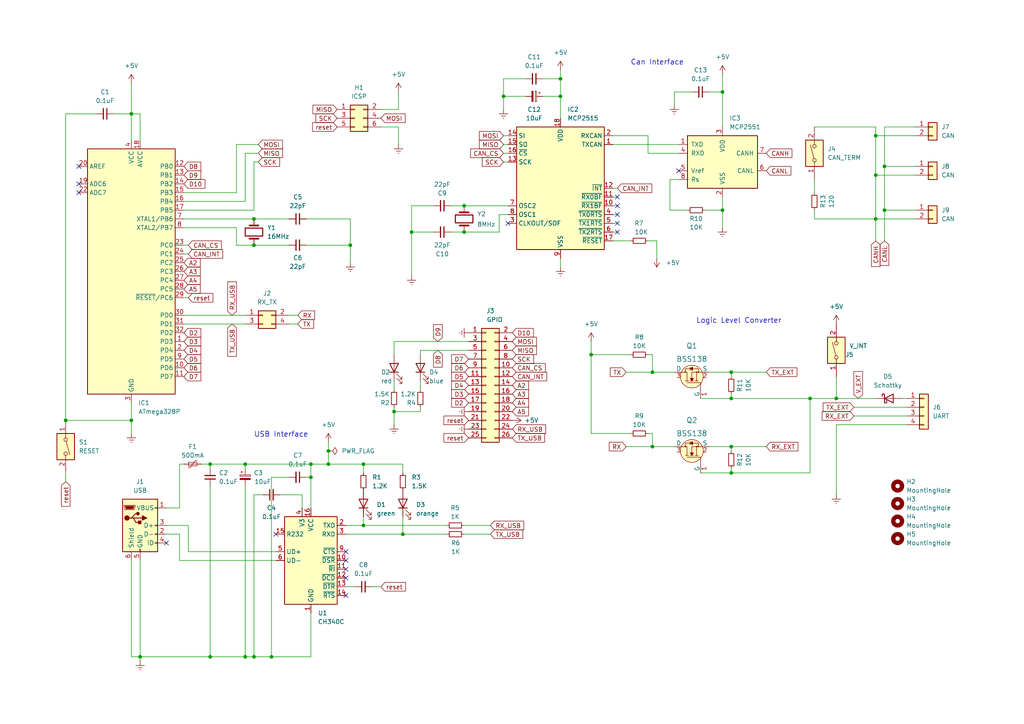
<source format=kicad_sch>
(kicad_sch (version 20211123) (generator eeschema)
  (paper "A4")
  (junction (at 101.6 71.12))
  (junction (at 171.45 102.87))
  (junction (at 189.23 129.54))
  (junction (at 73.66 190.5))
  (junction (at 95.25 134.62))
  (junction (at 60.96 134.62))
  (junction (at 60.96 190.5))
  (junction (at 119.38 67.31))
  (junction (at 134.62 67.31))
  (junction (at 256.54 60.96))
  (junction (at 114.3 119.38))
  (junction (at 189.23 107.95))
  (junction (at 254 63.5))
  (junction (at 146.05 27.94))
  (junction (at 212.09 115.57))
  (junction (at 209.55 26.67))
  (junction (at 95.25 130.81))
  (junction (at 105.41 152.4))
  (junction (at 209.55 60.96))
  (junction (at 212.09 137.16))
  (junction (at 73.66 63.5))
  (junction (at 90.17 134.62))
  (junction (at 78.74 190.5))
  (junction (at 256.54 48.26))
  (junction (at 38.1 33.02))
  (junction (at 73.66 71.12))
  (junction (at 242.57 115.57))
  (junction (at 40.64 190.5))
  (junction (at 162.56 27.94))
  (junction (at 254 50.8))
  (junction (at 90.17 138.43))
  (junction (at 254 39.37))
  (junction (at 212.09 129.54))
  (junction (at 105.41 134.62))
  (junction (at 162.56 22.86))
  (junction (at 19.05 121.92))
  (junction (at 38.1 121.92))
  (junction (at 234.95 115.57))
  (junction (at 71.12 190.5))
  (junction (at 71.12 134.62))
  (junction (at 212.09 107.95))
  (junction (at 134.62 59.69))
  (junction (at 116.84 154.94))
  (no_connect (at 22.86 55.88))
  (no_connect (at 22.86 48.26))
  (no_connect (at 22.86 53.34))
  (no_connect (at 179.07 62.23))
  (no_connect (at 179.07 64.77))
  (no_connect (at 179.07 57.15))
  (no_connect (at 179.07 59.69))
  (no_connect (at 179.07 67.31))
  (no_connect (at 196.85 49.53))
  (no_connect (at 100.33 165.1))
  (no_connect (at 147.32 64.77))
  (no_connect (at 80.01 154.94))
  (no_connect (at 100.33 162.56))
  (no_connect (at 100.33 167.64))
  (no_connect (at 48.26 157.48))
  (no_connect (at 100.33 160.02))
  (no_connect (at 100.33 172.72))
  (wire (pts (xy 87.63 143.51) (xy 87.63 147.32)))
  (wire (pts (xy 33.02 33.02) (xy 38.1 33.02)))
  (wire (pts (xy 54.61 71.12) (xy 53.34 71.12)))
  (wire (pts (xy 212.09 107.95) (xy 222.25 107.95)))
  (wire (pts (xy 119.38 67.31) (xy 119.38 80.01)))
  (wire (pts (xy 204.47 60.96) (xy 209.55 60.96)))
  (wire (pts (xy 146.05 46.99) (xy 147.32 46.99)))
  (wire (pts (xy 100.33 152.4) (xy 105.41 152.4)))
  (wire (pts (xy 177.8 67.31) (xy 179.07 67.31)))
  (wire (pts (xy 212.09 137.16) (xy 234.95 137.16)))
  (wire (pts (xy 71.12 140.97) (xy 71.12 190.5)))
  (wire (pts (xy 116.84 154.94) (xy 129.54 154.94)))
  (wire (pts (xy 38.1 116.84) (xy 38.1 121.92)))
  (wire (pts (xy 254 50.8) (xy 265.43 50.8)))
  (wire (pts (xy 135.89 101.6) (xy 121.92 101.6)))
  (wire (pts (xy 88.9 63.5) (xy 101.6 63.5)))
  (wire (pts (xy 254 39.37) (xy 265.43 39.37)))
  (wire (pts (xy 68.58 41.91) (xy 74.93 41.91)))
  (wire (pts (xy 205.74 129.54) (xy 212.09 129.54)))
  (wire (pts (xy 125.73 59.69) (xy 119.38 59.69)))
  (wire (pts (xy 212.09 115.57) (xy 234.95 115.57)))
  (wire (pts (xy 71.12 134.62) (xy 71.12 135.89)))
  (wire (pts (xy 78.74 138.43) (xy 78.74 190.5)))
  (wire (pts (xy 205.74 107.95) (xy 212.09 107.95)))
  (wire (pts (xy 90.17 134.62) (xy 90.17 138.43)))
  (wire (pts (xy 83.82 93.98) (xy 86.36 93.98)))
  (wire (pts (xy 256.54 36.83) (xy 265.43 36.83)))
  (wire (pts (xy 177.8 57.15) (xy 179.07 57.15)))
  (wire (pts (xy 53.34 55.88) (xy 68.58 55.88)))
  (wire (pts (xy 209.55 21.59) (xy 209.55 26.67)))
  (wire (pts (xy 146.05 41.91) (xy 147.32 41.91)))
  (wire (pts (xy 242.57 115.57) (xy 254 115.57)))
  (wire (pts (xy 157.48 27.94) (xy 162.56 27.94)))
  (wire (pts (xy 146.05 44.45) (xy 147.32 44.45)))
  (wire (pts (xy 95.25 128.27) (xy 95.25 130.81)))
  (wire (pts (xy 190.5 69.85) (xy 190.5 74.93)))
  (wire (pts (xy 194.31 60.96) (xy 199.39 60.96)))
  (wire (pts (xy 254 63.5) (xy 265.43 63.5)))
  (wire (pts (xy 27.94 33.02) (xy 19.05 33.02)))
  (wire (pts (xy 256.54 36.83) (xy 256.54 48.26)))
  (wire (pts (xy 162.56 27.94) (xy 162.56 34.29)))
  (wire (pts (xy 254 39.37) (xy 254 50.8)))
  (wire (pts (xy 105.41 134.62) (xy 105.41 137.16)))
  (wire (pts (xy 144.78 62.23) (xy 144.78 67.31)))
  (wire (pts (xy 181.61 107.95) (xy 189.23 107.95)))
  (wire (pts (xy 38.1 33.02) (xy 40.64 33.02)))
  (wire (pts (xy 19.05 139.7) (xy 19.05 137.16)))
  (wire (pts (xy 171.45 102.87) (xy 182.88 102.87)))
  (wire (pts (xy 115.57 36.83) (xy 115.57 41.91)))
  (wire (pts (xy 38.1 190.5) (xy 40.64 190.5)))
  (wire (pts (xy 71.12 44.45) (xy 74.93 44.45)))
  (wire (pts (xy 209.55 60.96) (xy 209.55 57.15)))
  (wire (pts (xy 60.96 140.97) (xy 60.96 190.5)))
  (wire (pts (xy 100.33 154.94) (xy 116.84 154.94)))
  (wire (pts (xy 101.6 71.12) (xy 101.6 76.2)))
  (wire (pts (xy 254 39.37) (xy 254 36.83)))
  (wire (pts (xy 179.07 54.61) (xy 177.8 54.61)))
  (wire (pts (xy 121.92 119.38) (xy 121.92 118.11)))
  (wire (pts (xy 53.34 91.44) (xy 71.12 91.44)))
  (wire (pts (xy 105.41 134.62) (xy 116.84 134.62)))
  (wire (pts (xy 53.34 60.96) (xy 73.66 60.96)))
  (wire (pts (xy 76.2 143.51) (xy 73.66 143.51)))
  (wire (pts (xy 247.65 120.65) (xy 262.89 120.65)))
  (wire (pts (xy 101.6 63.5) (xy 101.6 71.12)))
  (wire (pts (xy 177.8 59.69) (xy 179.07 59.69)))
  (wire (pts (xy 242.57 123.19) (xy 262.89 123.19)))
  (wire (pts (xy 203.2 115.57) (xy 212.09 115.57)))
  (wire (pts (xy 54.61 152.4) (xy 48.26 152.4)))
  (wire (pts (xy 177.8 69.85) (xy 182.88 69.85)))
  (wire (pts (xy 212.09 129.54) (xy 222.25 129.54)))
  (wire (pts (xy 135.89 99.06) (xy 114.3 99.06)))
  (wire (pts (xy 212.09 107.95) (xy 212.09 109.22)))
  (wire (pts (xy 196.85 52.07) (xy 194.31 52.07)))
  (wire (pts (xy 68.58 66.04) (xy 53.34 66.04)))
  (wire (pts (xy 88.9 138.43) (xy 90.17 138.43)))
  (wire (pts (xy 187.96 44.45) (xy 187.96 39.37)))
  (wire (pts (xy 83.82 138.43) (xy 78.74 138.43)))
  (wire (pts (xy 19.05 33.02) (xy 19.05 121.92)))
  (wire (pts (xy 73.66 71.12) (xy 68.58 71.12)))
  (wire (pts (xy 187.96 102.87) (xy 189.23 102.87)))
  (wire (pts (xy 162.56 20.32) (xy 162.56 22.86)))
  (wire (pts (xy 146.05 27.94) (xy 146.05 31.75)))
  (wire (pts (xy 52.07 134.62) (xy 53.34 134.62)))
  (wire (pts (xy 71.12 58.42) (xy 71.12 44.45)))
  (wire (pts (xy 162.56 22.86) (xy 162.56 27.94)))
  (wire (pts (xy 212.09 129.54) (xy 212.09 130.81)))
  (wire (pts (xy 48.26 147.32) (xy 52.07 147.32)))
  (wire (pts (xy 114.3 99.06) (xy 114.3 102.87)))
  (wire (pts (xy 80.01 162.56) (xy 52.07 162.56)))
  (wire (pts (xy 171.45 99.06) (xy 171.45 102.87)))
  (wire (pts (xy 60.96 134.62) (xy 60.96 135.89)))
  (wire (pts (xy 256.54 48.26) (xy 256.54 60.96)))
  (wire (pts (xy 236.22 52.07) (xy 236.22 55.88)))
  (wire (pts (xy 105.41 152.4) (xy 129.54 152.4)))
  (wire (pts (xy 53.34 58.42) (xy 71.12 58.42)))
  (wire (pts (xy 205.74 26.67) (xy 209.55 26.67)))
  (wire (pts (xy 95.25 134.62) (xy 105.41 134.62)))
  (wire (pts (xy 209.55 60.96) (xy 209.55 66.04)))
  (wire (pts (xy 121.92 110.49) (xy 121.92 113.03)))
  (wire (pts (xy 256.54 60.96) (xy 265.43 60.96)))
  (wire (pts (xy 73.66 60.96) (xy 73.66 46.99)))
  (wire (pts (xy 119.38 67.31) (xy 119.38 59.69)))
  (wire (pts (xy 200.66 26.67) (xy 195.58 26.67)))
  (wire (pts (xy 71.12 134.62) (xy 90.17 134.62)))
  (wire (pts (xy 116.84 149.86) (xy 116.84 154.94)))
  (wire (pts (xy 130.81 67.31) (xy 134.62 67.31)))
  (wire (pts (xy 38.1 162.56) (xy 38.1 190.5)))
  (wire (pts (xy 38.1 121.92) (xy 38.1 125.73)))
  (wire (pts (xy 203.2 137.16) (xy 212.09 137.16)))
  (wire (pts (xy 114.3 119.38) (xy 114.3 123.19)))
  (wire (pts (xy 242.57 109.22) (xy 242.57 115.57)))
  (wire (pts (xy 177.8 62.23) (xy 179.07 62.23)))
  (wire (pts (xy 83.82 91.44) (xy 86.36 91.44)))
  (wire (pts (xy 88.9 71.12) (xy 101.6 71.12)))
  (wire (pts (xy 234.95 115.57) (xy 234.95 137.16)))
  (wire (pts (xy 53.34 73.66) (xy 54.61 73.66)))
  (wire (pts (xy 256.54 60.96) (xy 256.54 69.85)))
  (wire (pts (xy 209.55 26.67) (xy 209.55 36.83)))
  (wire (pts (xy 189.23 125.73) (xy 189.23 129.54)))
  (wire (pts (xy 254 63.5) (xy 254 69.85)))
  (wire (pts (xy 107.95 170.18) (xy 110.49 170.18)))
  (wire (pts (xy 54.61 160.02) (xy 54.61 152.4)))
  (wire (pts (xy 40.64 33.02) (xy 40.64 40.64)))
  (wire (pts (xy 171.45 102.87) (xy 171.45 125.73)))
  (wire (pts (xy 68.58 55.88) (xy 68.58 41.91)))
  (wire (pts (xy 90.17 138.43) (xy 90.17 147.32)))
  (wire (pts (xy 134.62 59.69) (xy 147.32 59.69)))
  (wire (pts (xy 234.95 115.57) (xy 242.57 115.57)))
  (wire (pts (xy 110.49 31.75) (xy 115.57 31.75)))
  (wire (pts (xy 38.1 24.13) (xy 38.1 33.02)))
  (wire (pts (xy 236.22 60.96) (xy 236.22 63.5)))
  (wire (pts (xy 146.05 39.37) (xy 147.32 39.37)))
  (wire (pts (xy 189.23 102.87) (xy 189.23 107.95)))
  (wire (pts (xy 53.34 86.36) (xy 54.61 86.36)))
  (wire (pts (xy 121.92 101.6) (xy 121.92 102.87)))
  (wire (pts (xy 187.96 125.73) (xy 189.23 125.73)))
  (wire (pts (xy 254 50.8) (xy 254 63.5)))
  (wire (pts (xy 73.66 63.5) (xy 83.82 63.5)))
  (wire (pts (xy 162.56 74.93) (xy 162.56 77.47)))
  (wire (pts (xy 194.31 52.07) (xy 194.31 60.96)))
  (wire (pts (xy 114.3 119.38) (xy 114.3 118.11)))
  (wire (pts (xy 110.49 36.83) (xy 115.57 36.83)))
  (wire (pts (xy 236.22 63.5) (xy 254 63.5)))
  (wire (pts (xy 134.62 154.94) (xy 142.24 154.94)))
  (wire (pts (xy 40.64 162.56) (xy 40.64 190.5)))
  (wire (pts (xy 52.07 134.62) (xy 52.07 147.32)))
  (wire (pts (xy 40.64 190.5) (xy 60.96 190.5)))
  (wire (pts (xy 68.58 71.12) (xy 68.58 66.04)))
  (wire (pts (xy 52.07 162.56) (xy 52.07 154.94)))
  (wire (pts (xy 19.05 121.92) (xy 38.1 121.92)))
  (wire (pts (xy 212.09 135.89) (xy 212.09 137.16)))
  (wire (pts (xy 256.54 48.26) (xy 265.43 48.26)))
  (wire (pts (xy 144.78 62.23) (xy 147.32 62.23)))
  (wire (pts (xy 60.96 134.62) (xy 71.12 134.62)))
  (wire (pts (xy 73.66 71.12) (xy 83.82 71.12)))
  (wire (pts (xy 116.84 134.62) (xy 116.84 137.16)))
  (wire (pts (xy 60.96 190.5) (xy 71.12 190.5)))
  (wire (pts (xy 53.34 93.98) (xy 71.12 93.98)))
  (wire (pts (xy 73.66 46.99) (xy 74.93 46.99)))
  (wire (pts (xy 115.57 26.67) (xy 115.57 31.75)))
  (wire (pts (xy 53.34 63.5) (xy 73.66 63.5)))
  (wire (pts (xy 134.62 152.4) (xy 142.24 152.4)))
  (wire (pts (xy 181.61 129.54) (xy 189.23 129.54)))
  (wire (pts (xy 130.81 59.69) (xy 134.62 59.69)))
  (wire (pts (xy 254 36.83) (xy 236.22 36.83)))
  (wire (pts (xy 40.64 190.5) (xy 40.64 191.77)))
  (wire (pts (xy 58.42 134.62) (xy 60.96 134.62)))
  (wire (pts (xy 114.3 110.49) (xy 114.3 113.03)))
  (wire (pts (xy 52.07 154.94) (xy 48.26 154.94)))
  (wire (pts (xy 247.65 118.11) (xy 262.89 118.11)))
  (wire (pts (xy 177.8 41.91) (xy 196.85 41.91)))
  (wire (pts (xy 100.33 170.18) (xy 102.87 170.18)))
  (wire (pts (xy 73.66 143.51) (xy 73.66 190.5)))
  (wire (pts (xy 134.62 67.31) (xy 144.78 67.31)))
  (wire (pts (xy 190.5 69.85) (xy 187.96 69.85)))
  (wire (pts (xy 121.92 119.38) (xy 114.3 119.38)))
  (wire (pts (xy 90.17 177.8) (xy 90.17 190.5)))
  (wire (pts (xy 195.58 26.67) (xy 195.58 30.48)))
  (wire (pts (xy 189.23 129.54) (xy 195.58 129.54)))
  (wire (pts (xy 71.12 190.5) (xy 73.66 190.5)))
  (wire (pts (xy 242.57 123.19) (xy 242.57 143.51)))
  (wire (pts (xy 125.73 67.31) (xy 119.38 67.31)))
  (wire (pts (xy 81.28 143.51) (xy 87.63 143.51)))
  (wire (pts (xy 261.62 115.57) (xy 262.89 115.57)))
  (wire (pts (xy 212.09 114.3) (xy 212.09 115.57)))
  (wire (pts (xy 177.8 64.77) (xy 179.07 64.77)))
  (wire (pts (xy 80.01 160.02) (xy 54.61 160.02)))
  (wire (pts (xy 196.85 44.45) (xy 187.96 44.45)))
  (wire (pts (xy 187.96 39.37) (xy 177.8 39.37)))
  (wire (pts (xy 146.05 27.94) (xy 152.4 27.94)))
  (wire (pts (xy 105.41 149.86) (xy 105.41 152.4)))
  (wire (pts (xy 171.45 125.73) (xy 182.88 125.73)))
  (wire (pts (xy 189.23 107.95) (xy 195.58 107.95)))
  (wire (pts (xy 78.74 190.5) (xy 90.17 190.5)))
  (wire (pts (xy 157.48 22.86) (xy 162.56 22.86)))
  (wire (pts (xy 38.1 33.02) (xy 38.1 40.64)))
  (wire (pts (xy 90.17 134.62) (xy 95.25 134.62)))
  (wire (pts (xy 73.66 190.5) (xy 78.74 190.5)))
  (wire (pts (xy 146.05 22.86) (xy 146.05 27.94)))
  (wire (pts (xy 95.25 130.81) (xy 95.25 134.62)))
  (wire (pts (xy 152.4 22.86) (xy 146.05 22.86)))
  (text "Can Interface\n" (at 182.88 19.05 0) (effects (font (size 1.5 1.5)) (justify left bottom)))
  (text "USB Interface\n" (at 73.66 127 0) (effects (font (size 1.5 1.5)) (justify left bottom)))
  (text "Logic Level Converter" (at 201.93 93.98 0) (effects (font (size 1.5 1.5)) (justify left bottom)))
  (global_label "reset" (shape input) (at 54.61 86.36 0) (property "Intersheet References" "${INTERSHEET_REFS}" (effects hide)))
  (global_label "CAN_INT" (shape input) (at 179.07 54.61 0) (property "Intersheet References" "${INTERSHEET_REFS}" (effects hide)))
  (global_label "CAN_CS" (shape input) (at 54.61 71.12 0) (property "Intersheet References" "${INTERSHEET_REFS}" (effects hide)))
  (global_label "D8" (shape input) (at 53.34 48.26 0) (property "Intersheet References" "${INTERSHEET_REFS}" (effects hide)))
  (global_label "A4" (shape input) (at 148.59 116.84 0) (property "Intersheet References" "${INTERSHEET_REFS}" (effects hide)))
  (global_label "TX_USB" (shape input) (at 148.59 127 0) (property "Intersheet References" "${INTERSHEET_REFS}" (effects hide)))
  (global_label "TX_EXT" (shape input) (at 222.25 107.95 0) (property "Intersheet References" "${INTERSHEET_REFS}" (effects hide)))
  (global_label "CANH" (shape input) (at 254 69.85 270) (property "Intersheet References" "${INTERSHEET_REFS}" (effects hide)))
  (global_label "D7" (shape input) (at 53.34 109.22 0) (property "Intersheet References" "${INTERSHEET_REFS}" (effects hide)))
  (global_label "CAN_CS" (shape input) (at 146.05 44.45 180) (property "Intersheet References" "${INTERSHEET_REFS}" (effects hide)))
  (global_label "A3" (shape input) (at 53.34 78.74 0) (property "Intersheet References" "${INTERSHEET_REFS}" (effects hide)))
  (global_label "MISO" (shape input) (at 146.05 41.91 180) (property "Intersheet References" "${INTERSHEET_REFS}" (effects hide)))
  (global_label "D4" (shape input) (at 135.89 111.76 180) (property "Intersheet References" "${INTERSHEET_REFS}" (effects hide)))
  (global_label "reset" (shape input) (at 135.89 127 180) (property "Intersheet References" "${INTERSHEET_REFS}" (effects hide)))
  (global_label "MISO" (shape input) (at 97.79 31.75 180) (property "Intersheet References" "${INTERSHEET_REFS}" (effects hide)))
  (global_label "MOSI" (shape input) (at 146.05 39.37 180) (property "Intersheet References" "${INTERSHEET_REFS}" (effects hide)))
  (global_label "SCK" (shape input) (at 148.59 104.14 0) (property "Intersheet References" "${INTERSHEET_REFS}" (effects hide)))
  (global_label "D9" (shape input) (at 53.34 50.8 0) (property "Intersheet References" "${INTERSHEET_REFS}" (effects hide)))
  (global_label "A2" (shape input) (at 148.59 111.76 0) (property "Intersheet References" "${INTERSHEET_REFS}" (effects hide)))
  (global_label "TX_USB" (shape input) (at 142.24 154.94 0) (property "Intersheet References" "${INTERSHEET_REFS}" (effects hide)))
  (global_label "D6" (shape input) (at 53.34 106.68 0) (property "Intersheet References" "${INTERSHEET_REFS}" (effects hide)))
  (global_label "reset" (shape input) (at 97.79 36.83 180) (property "Intersheet References" "${INTERSHEET_REFS}" (effects hide)))
  (global_label "RX_EXT" (shape input) (at 222.25 129.54 0) (property "Intersheet References" "${INTERSHEET_REFS}" (effects hide)))
  (global_label "MOSI" (shape input) (at 148.59 99.06 0) (property "Intersheet References" "${INTERSHEET_REFS}" (effects hide)))
  (global_label "TX_EXT" (shape input) (at 247.65 118.11 180) (property "Intersheet References" "${INTERSHEET_REFS}" (effects hide)))
  (global_label "MISO" (shape input) (at 148.59 101.6 0) (property "Intersheet References" "${INTERSHEET_REFS}" (effects hide)))
  (global_label "A2" (shape input) (at 53.34 76.2 0) (property "Intersheet References" "${INTERSHEET_REFS}" (effects hide)))
  (global_label "D5" (shape input) (at 135.89 109.22 180) (property "Intersheet References" "${INTERSHEET_REFS}" (effects hide)))
  (global_label "D3" (shape input) (at 135.89 114.3 180) (property "Intersheet References" "${INTERSHEET_REFS}" (effects hide)))
  (global_label "SCK" (shape input) (at 74.93 46.99 0) (property "Intersheet References" "${INTERSHEET_REFS}" (effects hide)))
  (global_label "RX_EXT" (shape input) (at 247.65 120.65 180) (property "Intersheet References" "${INTERSHEET_REFS}" (effects hide)))
  (global_label "CAN_CS" (shape input) (at 148.59 106.68 0) (property "Intersheet References" "${INTERSHEET_REFS}" (effects hide)))
  (global_label "reset" (shape input) (at 110.49 170.18 0) (property "Intersheet References" "${INTERSHEET_REFS}" (effects hide)))
  (global_label "A3" (shape input) (at 148.59 114.3 0) (property "Intersheet References" "${INTERSHEET_REFS}" (effects hide)))
  (global_label "D2" (shape input) (at 135.89 116.84 180) (property "Intersheet References" "${INTERSHEET_REFS}" (effects hide)))
  (global_label "CANL" (shape input) (at 256.54 69.85 270) (property "Intersheet References" "${INTERSHEET_REFS}" (effects hide)))
  (global_label "CANH" (shape input) (at 222.25 44.45 0) (property "Intersheet References" "${INTERSHEET_REFS}" (effects hide)))
  (global_label "RX_USB" (shape input) (at 67.31 91.44 90) (property "Intersheet References" "${INTERSHEET_REFS}" (effects hide)))
  (global_label "MOSI" (shape input) (at 110.49 34.29 0) (property "Intersheet References" "${INTERSHEET_REFS}" (effects hide)))
  (global_label "RX" (shape input) (at 86.36 91.44 0) (property "Intersheet References" "${INTERSHEET_REFS}" (effects hide)))
  (global_label "D10" (shape input) (at 53.34 53.34 0) (property "Intersheet References" "${INTERSHEET_REFS}" (effects hide)))
  (global_label "SCK" (shape input) (at 97.79 34.29 180) (property "Intersheet References" "${INTERSHEET_REFS}" (effects hide)))
  (global_label "D6" (shape input) (at 135.89 106.68 180) (property "Intersheet References" "${INTERSHEET_REFS}" (effects hide)))
  (global_label "CAN_INT" (shape input) (at 54.61 73.66 0) (property "Intersheet References" "${INTERSHEET_REFS}" (effects hide)))
  (global_label "RX" (shape input) (at 181.61 129.54 180) (property "Intersheet References" "${INTERSHEET_REFS}" (effects hide)))
  (global_label "A5" (shape input) (at 148.59 119.38 0) (property "Intersheet References" "${INTERSHEET_REFS}" (effects hide)))
  (global_label "V_EXT" (shape input) (at 248.92 115.57 90) (property "Intersheet References" "${INTERSHEET_REFS}" (effects hide)))
  (global_label "CANL" (shape input) (at 222.25 49.53 0) (property "Intersheet References" "${INTERSHEET_REFS}" (effects hide)))
  (global_label "D5" (shape input) (at 53.34 104.14 0) (property "Intersheet References" "${INTERSHEET_REFS}" (effects hide)))
  (global_label "reset" (shape input) (at 19.05 139.7 270) (property "Intersheet References" "${INTERSHEET_REFS}" (effects hide)))
  (global_label "RX_USB" (shape input) (at 148.59 124.46 0) (property "Intersheet References" "${INTERSHEET_REFS}" (effects hide)))
  (global_label "A5" (shape input) (at 53.34 83.82 0) (property "Intersheet References" "${INTERSHEET_REFS}" (effects hide)))
  (global_label "D9" (shape input) (at 127 99.06 90) (property "Intersheet References" "${INTERSHEET_REFS}" (effects hide)))
  (global_label "TX_USB" (shape input) (at 67.31 93.98 270) (property "Intersheet References" "${INTERSHEET_REFS}" (effects hide)))
  (global_label "reset" (shape input) (at 135.89 121.92 180) (property "Intersheet References" "${INTERSHEET_REFS}" (effects hide)))
  (global_label "D8" (shape input) (at 127 101.6 270) (property "Intersheet References" "${INTERSHEET_REFS}" (effects hide)))
  (global_label "TX" (shape input) (at 181.61 107.95 180) (property "Intersheet References" "${INTERSHEET_REFS}" (effects hide)))
  (global_label "A4" (shape input) (at 53.34 81.28 0) (property "Intersheet References" "${INTERSHEET_REFS}" (effects hide)))
  (global_label "D10" (shape input) (at 148.59 96.52 0) (property "Intersheet References" "${INTERSHEET_REFS}" (effects hide)))
  (global_label "RX_USB" (shape input) (at 142.24 152.4 0) (property "Intersheet References" "${INTERSHEET_REFS}" (effects hide)))
  (global_label "CAN_INT" (shape input) (at 148.59 109.22 0) (property "Intersheet References" "${INTERSHEET_REFS}" (effects hide)))
  (global_label "D2" (shape input) (at 53.34 96.52 0) (property "Intersheet References" "${INTERSHEET_REFS}" (effects hide)))
  (global_label "TX" (shape input) (at 86.36 93.98 0) (property "Intersheet References" "${INTERSHEET_REFS}" (effects hide)))
  (global_label "D4" (shape input) (at 53.34 101.6 0) (property "Intersheet References" "${INTERSHEET_REFS}" (effects hide)))
  (global_label "D3" (shape input) (at 53.34 99.06 0) (property "Intersheet References" "${INTERSHEET_REFS}" (effects hide)))
  (global_label "MOSI" (shape input) (at 74.93 41.91 0) (property "Intersheet References" "${INTERSHEET_REFS}" (effects hide)))
  (global_label "SCK" (shape input) (at 146.05 46.99 180) (property "Intersheet References" "${INTERSHEET_REFS}" (effects hide)))
  (global_label "MISO" (shape input) (at 74.93 44.45 0) (property "Intersheet References" "${INTERSHEET_REFS}" (effects hide)))
  (global_label "D7" (shape input) (at 135.89 104.14 180) (property "Intersheet References" "${INTERSHEET_REFS}" (effects hide)))
  (symbol (lib_id "Device:C_Small") (at 86.36 138.43 270) (unit 1)
    (property "Reference" "C7" (at 86.3536 132.08 90))
    (property "Value" "0.1uF" (at 86.3536 134.62 90))
    (property "Footprint" "Capacitor_SMD:C_0805_2012Metric" (effects hide))
  )
  (symbol (lib_id "Mechanical:MountingHole") (at 260.35 156.21 0) (unit 1)
    (property "Reference" "H5" (at 262.89 154.9399 0) (effects (justify left)))
    (property "Value" "MountingHole" (at 262.89 157.4799 0) (effects (justify left)))
    (property "Footprint" "MountingHole:MountingHole_3.2mm_M3" (effects hide))
  )
  (symbol (lib_id "Connector_Generic:Conn_01x04") (at 267.97 118.11 0) (unit 1)
    (property "Reference" "J6" (at 270.51 118.1099 0) (effects (justify left)))
    (property "Value" "UART" (at 270.51 120.6499 0) (effects (justify left)))
    (property "Footprint" "Molex_SL:molex_sl_1x04_horizontal" (effects hide))
  )
  (symbol (lib_id "Mechanical:MountingHole") (at 260.35 151.13 0) (unit 1)
    (property "Reference" "H4" (at 262.89 149.8599 0) (effects (justify left)))
    (property "Value" "MountingHole" (at 262.89 152.3999 0) (effects (justify left)))
    (property "Footprint" "MountingHole:MountingHole_3.2mm_M3" (effects hide))
  )
  (symbol (lib_id "Device:LED") (at 121.92 106.68 90) (unit 1)
    (property "Reference" "D4" (at 124.46 107.95 90) (effects (justify right)))
    (property "Value" "blue" (at 124.46 110.49 90) (effects (justify right)))
    (property "Footprint" "LED_SMD:LED_0805_2012Metric" (effects hide))
  )
  (symbol (lib_id "Device:C_Small") (at 78.74 143.51 90) (unit 1)
    (property "Reference" "C4" (at 78.74 147.32 90))
    (property "Value" "0.1uF" (at 78.74 149.86 90))
    (property "Footprint" "Capacitor_SMD:C_0805_2012Metric" (effects hide))
  )
  (symbol (lib_id "Switch:SW_DIP_x01") (at 242.57 101.6 90) (unit 1)
    (property "Reference" "J5" (at 246.38 102.87 90))
    (property "Value" "V_INT" (at 248.92 100.33 90))
    (property "Footprint" "Connector_PinHeader_2.54mm:PinHeader_1x02_P2.54mm_Vertical" (effects hide))
  )
  (symbol (lib_id "Device:R_Small") (at 116.84 139.7 0) (unit 1)
    (property "Reference" "R3" (at 119.38 138.4299 0) (effects (justify left)))
    (property "Value" "1.5K" (at 119.38 140.9699 0) (effects (justify left)))
    (property "Footprint" "Resistor_SMD:R_0805_2012Metric" (effects hide))
  )
  (symbol (lib_id "Mechanical:MountingHole") (at 260.35 140.97 0) (unit 1)
    (property "Reference" "H2" (at 262.89 139.6999 0) (effects (justify left)))
    (property "Value" "MountingHole" (at 262.89 142.2399 0) (effects (justify left)))
    (property "Footprint" "MountingHole:MountingHole_3.2mm_M3" (effects hide))
  )
  (symbol (lib_id "power:Earth") (at 135.89 96.52 270) (unit 1)
    (property "Reference" "#PWR010" (effects hide))
    (property "Value" "Earth" (effects hide))
  )
  (symbol (lib_id "Device:C_Small") (at 128.27 67.31 270) (unit 1)
    (property "Reference" "C10" (at 128.2636 73.68 90))
    (property "Value" "22pF" (at 128.2636 71.08 90))
    (property "Footprint" "Capacitor_SMD:C_0805_2012Metric" (effects hide))
  )
  (symbol (lib_id "Device:R_Small") (at 236.22 58.42 0) (unit 1)
    (property "Reference" "R13" (at 238.69 58.42 90))
    (property "Value" "120" (at 241.19 58.42 90))
    (property "Footprint" "Resistor_SMD:R_0805_2012Metric" (effects hide))
  )
  (symbol (lib_id "Device:Crystal") (at 134.62 63.5 90) (unit 1)
    (property "Reference" "Y2" (at 138.43 62.08 90) (effects (justify right)))
    (property "Value" "8MHz" (at 138.43 65.08 90) (effects (justify right)))
    (property "Footprint" "Crystal:Crystal_SMD_HC49-SD" (effects hide))
  )
  (symbol (lib_id "power:+5V") (at 115.57 26.67 0) (unit 1)
    (property "Reference" "#PWR07" (effects hide))
    (property "Value" "+5V" (at 115.57 21.59 0))
  )
  (symbol (lib_id "Device:R_Small") (at 132.08 152.4 90) (unit 1)
    (property "Reference" "R5" (at 133.35 147.32 90) (effects (justify left)))
    (property "Value" "1K" (at 133.3499 149.86 90) (effects (justify left)))
    (property "Footprint" "Resistor_SMD:R_0805_2012Metric" (effects hide))
  )
  (symbol (lib_id "Device:R_Small") (at 185.42 102.87 90) (unit 1)
    (property "Reference" "R8" (at 185.42 97.79 90))
    (property "Value" "10K" (at 185.42 100.33 90))
    (property "Footprint" "Resistor_SMD:R_0805_2012Metric" (effects hide))
  )
  (symbol (lib_id "power:Earth") (at 135.89 119.38 270) (unit 1)
    (property "Reference" "#PWR011" (effects hide))
    (property "Value" "Earth" (effects hide))
  )
  (symbol (lib_id "power:PWR_FLAG") (at 95.25 130.81 270) (unit 1)
    (property "Reference" "#FLG01" (effects hide))
    (property "Value" "PWR_FLAG" (at 99.06 130.8099 90) (effects (justify left)))
  )
  (symbol (lib_id "Mechanical:MountingHole") (at 260.35 146.05 0) (unit 1)
    (property "Reference" "H3" (at 262.89 144.7799 0) (effects (justify left)))
    (property "Value" "MountingHole" (at 262.89 147.3199 0) (effects (justify left)))
    (property "Footprint" "MountingHole:MountingHole_3.2mm_M3" (effects hide))
  )
  (symbol (lib_id "Device:R_Small") (at 185.42 125.73 90) (unit 1)
    (property "Reference" "R9" (at 185.42 120.65 90))
    (property "Value" "10K" (at 185.42 123.19 90))
    (property "Footprint" "Resistor_SMD:R_0805_2012Metric" (effects hide))
  )
  (symbol (lib_id "Switch:SW_DIP_x01") (at 236.22 44.45 90) (unit 1)
    (property "Reference" "J4" (at 240.03 43.1799 90) (effects (justify right)))
    (property "Value" "CAN_TERM" (at 240.03 45.7199 90) (effects (justify right)))
    (property "Footprint" "Connector_PinHeader_2.54mm:PinHeader_1x02_P2.54mm_Vertical" (effects hide))
  )
  (symbol (lib_id "Device:C_Small") (at 128.27 59.69 270) (unit 1)
    (property "Reference" "C9" (at 128.2637 56.04 90))
    (property "Value" "22pF" (at 128.2637 53.5 90))
    (property "Footprint" "Capacitor_SMD:C_0805_2012Metric" (effects hide))
  )
  (symbol (lib_id "Interface_CAN_LIN:MCP2515-xSO") (at 162.56 54.61 0) (unit 1)
    (property "Reference" "IC2" (at 164.5794 31.75 0) (effects (justify left)))
    (property "Value" "MCP2515" (at 164.5794 34.29 0) (effects (justify left)))
    (property "Footprint" "Package_SO:SOIC-18W_7.5x11.6mm_P1.27mm" (effects hide))
    (property "Datasheet" "http://ww1.microchip.com/downloads/en/DeviceDoc/21801e.pdf" (effects hide))
  )
  (symbol (lib_id "power:Earth") (at 195.58 30.48 0) (unit 1)
    (property "Reference" "#PWR019" (effects hide))
    (property "Value" "Earth" (effects hide))
  )
  (symbol (lib_id "Device:Polyfuse_Small") (at 55.88 134.62 90) (unit 1)
    (property "Reference" "F1" (at 55.88 129.54 90))
    (property "Value" "500mA" (at 55.88 132.08 90))
    (property "Footprint" "Fuse:Fuse_1206_3216Metric" (effects hide))
  )
  (symbol (lib_id "power:+5V") (at 148.59 121.92 270) (unit 1)
    (property "Reference" "#PWR014" (effects hide))
    (property "Value" "+5V" (at 156.21 121.92 90) (effects (justify right)))
  )
  (symbol (lib_id "power:+5V") (at 162.56 20.32 0) (unit 1)
    (property "Reference" "#PWR015" (effects hide))
    (property "Value" "+5V" (at 162.56 15.24 0))
  )
  (symbol (lib_id "power:Earth") (at 115.57 41.91 0) (unit 1)
    (property "Reference" "#PWR08" (effects hide))
    (property "Value" "Earth" (effects hide))
  )
  (symbol (lib_id "Device:C_Small") (at 86.36 63.5 90) (unit 1)
    (property "Reference" "C5" (at 86.3663 57.15 90))
    (property "Value" "22pF" (at 86.3663 59.69 90))
    (property "Footprint" "Capacitor_SMD:C_0805_2012Metric" (effects hide))
  )
  (symbol (lib_id "Connector_Generic:Conn_01x02") (at 270.51 60.96 0) (unit 1)
    (property "Reference" "J9" (at 273.05 60.9599 0) (effects (justify left)))
    (property "Value" "CAN" (at 273.05 63.4999 0) (effects (justify left)))
    (property "Footprint" "Molex_SL:molex_sl_1x02_horizontal" (effects hide))
  )
  (symbol (lib_id "Interface_CAN_LIN:MCP2551-I-SN") (at 209.55 46.99 0) (unit 1)
    (property "Reference" "IC3" (at 211.5694 34.29 0) (effects (justify left)))
    (property "Value" "MCP2551" (at 211.5694 36.83 0) (effects (justify left)))
    (property "Footprint" "Package_SO:SOIC-8_3.9x4.9mm_P1.27mm" (effects hide))
    (property "Datasheet" "http://ww1.microchip.com/downloads/en/devicedoc/21667d.pdf" (effects hide))
  )
  (symbol (lib_id "Device:R_Small") (at 132.08 154.94 270) (unit 1)
    (property "Reference" "R6" (at 130.81 157.48 90) (effects (justify left)))
    (property "Value" "1K" (at 130.81 160.02 90) (effects (justify left)))
    (property "Footprint" "Resistor_SMD:R_0805_2012Metric" (effects hide))
  )
  (symbol (lib_id "dk_Transistors-FETs-MOSFETs-Single:BSS138") (at 200.66 129.54 90) (unit 1)
    (property "Reference" "Q2" (at 200.66 121.92 90) (effects (font (size 1.524 1.524))))
    (property "Value" "BSS138" (at 200.66 125.73 90) (effects (font (size 1.524 1.524))))
    (property "Footprint" "digikey-footprints:SOT-23-3" (effects hide))
    (property "Datasheet" "https://www.onsemi.com/pub/Collateral/BSS138-D.PDF" (effects hide))
    (property "Digi-Key_PN" "BSS138CT-ND" (effects hide))
    (property "MPN" "BSS138" (effects hide))
    (property "Category" "Discrete Semiconductor Products" (effects hide))
    (property "Family" "Transistors - FETs, MOSFETs - Single" (effects hide))
    (property "DK_Datasheet_Link" "https://www.onsemi.com/pub/Collateral/BSS138-D.PDF" (effects hide))
    (property "DK_Detail_Page" "/product-detail/en/on-semiconductor/BSS138/BSS138CT-ND/244294" (effects hide))
    (property "Description" "MOSFET N-CH 50V 220MA SOT-23" (effects hide))
    (property "Manufacturer" "ON Semiconductor" (effects hide))
    (property "Status" "Active" (effects hide))
  )
  (symbol (lib_id "Connector:USB_B_Micro") (at 40.64 152.4 0) (unit 1)
    (property "Reference" "J1" (at 40.64 139.7 0))
    (property "Value" "USB" (at 40.64 142.24 0))
    (property "Footprint" "Connector_USB:USB_Micro-B_Molex_47346-0001" (effects hide))
  )
  (symbol (lib_id "MCU_Microchip_ATmega:ATmega328P-A") (at 38.1 78.74 0) (unit 1)
    (property "Reference" "IC1" (at 40.1194 116.84 0) (effects (justify left)))
    (property "Value" "ATmega328P" (at 40.1194 119.38 0) (effects (justify left)))
    (property "Footprint" "Package_QFP:TQFP-32_7x7mm_P0.8mm" (effects hide))
    (property "Datasheet" "http://ww1.microchip.com/downloads/en/DeviceDoc/ATmega328_P%20AVR%20MCU%20with%20picoPower%20Technology%20Data%20Sheet%2040001984A.pdf" (effects hide))
  )
  (symbol (lib_id "Device:C_Polarized_Small") (at 154.94 27.94 270) (unit 1)
    (property "Reference" "C12" (at 154.94 31.75 90))
    (property "Value" "10uF" (at 154.94 34.29 90))
    (property "Footprint" "Capacitor_SMD:C_1206_3216Metric" (effects hide))
  )
  (symbol (lib_id "Device:R_Small") (at 121.92 115.57 180) (unit 1)
    (property "Reference" "R4" (at 120.65 116.84 0) (effects (justify left)))
    (property "Value" "1.2K" (at 120.65 114.3 0) (effects (justify left)))
    (property "Footprint" "Resistor_SMD:R_0805_2012Metric" (effects hide))
  )
  (symbol (lib_id "Device:R_Small") (at 201.93 60.96 270) (unit 1)
    (property "Reference" "R10" (at 201.93 63.43 90))
    (property "Value" "10K" (at 201.93 65.93 90))
    (property "Footprint" "Resistor_SMD:R_0805_2012Metric" (effects hide))
  )
  (symbol (lib_id "power:+5V") (at 38.1 24.13 0) (unit 1)
    (property "Reference" "#PWR01" (effects hide))
    (property "Value" "+5V" (at 38.1 19.05 0))
  )
  (symbol (lib_id "Device:R_Small") (at 185.42 69.85 90) (unit 1)
    (property "Reference" "R7" (at 186.69 64.77 90) (effects (justify left)))
    (property "Value" "10K" (at 187.96 67.31 90) (effects (justify left)))
    (property "Footprint" "Resistor_SMD:R_0805_2012Metric" (effects hide))
  )
  (symbol (lib_id "Device:C_Small") (at 203.2 26.67 270) (unit 1)
    (property "Reference" "C13" (at 203.1936 20.32 90))
    (property "Value" "0.1uF" (at 203.1936 22.86 90))
    (property "Footprint" "Capacitor_SMD:C_0805_2012Metric" (effects hide))
  )
  (symbol (lib_id "power:+5V") (at 242.57 93.98 0) (unit 1)
    (property "Reference" "#PWR022" (effects hide))
    (property "Value" "+5V" (at 242.57 88.9 0))
  )
  (symbol (lib_id "Connector_Generic:Conn_01x02") (at 270.51 48.26 0) (unit 1)
    (property "Reference" "J8" (at 273.05 48.2599 0) (effects (justify left)))
    (property "Value" "CAN" (at 273.05 50.7999 0) (effects (justify left)))
    (property "Footprint" "Molex_SL:molex_sl_1x02_horizontal" (effects hide))
  )
  (symbol (lib_id "power:Earth") (at 242.57 143.51 0) (unit 1)
    (property "Reference" "#PWR023" (effects hide))
    (property "Value" "Earth" (effects hide))
  )
  (symbol (lib_id "power:Earth") (at 101.6 76.2 0) (unit 1)
    (property "Reference" "#PWR05" (effects hide))
    (property "Value" "Earth" (effects hide))
  )
  (symbol (lib_id "power:+5V") (at 95.25 128.27 0) (unit 1)
    (property "Reference" "#PWR04" (effects hide))
    (property "Value" "+5V" (at 95.25 123.19 0))
  )
  (symbol (lib_id "Connector_Generic:Conn_02x02_Odd_Even") (at 76.2 91.44 0) (unit 1)
    (property "Reference" "J2" (at 77.47 85.09 0))
    (property "Value" "RX_TX" (at 77.47 87.63 0))
    (property "Footprint" "Connector_PinHeader_2.54mm:PinHeader_2x02_P2.54mm_Vertical" (effects hide))
  )
  (symbol (lib_id "Device:C_Small") (at 105.41 170.18 90) (unit 1)
    (property "Reference" "C8" (at 105.4163 163.83 90))
    (property "Value" "0.1uF" (at 105.4163 166.37 90))
    (property "Footprint" "Capacitor_SMD:C_0805_2012Metric" (effects hide))
  )
  (symbol (lib_id "power:+5V") (at 190.5 74.93 180) (unit 1)
    (property "Reference" "#PWR018" (effects hide))
    (property "Value" "+5V" (at 193.04 76.1999 0) (effects (justify right)))
  )
  (symbol (lib_id "Device:C_Small") (at 60.96 138.43 180) (unit 1)
    (property "Reference" "C2" (at 63.5 137.1535 0) (effects (justify right)))
    (property "Value" "0.1uF" (at 63.5 139.6935 0) (effects (justify right)))
    (property "Footprint" "Capacitor_SMD:C_0805_2012Metric" (effects hide))
  )
  (symbol (lib_id "Device:R_Small") (at 212.09 133.35 0) (unit 1)
    (property "Reference" "R12" (at 214.56 133.35 90))
    (property "Value" "10K" (at 217.06 133.35 90))
    (property "Footprint" "Resistor_SMD:R_0805_2012Metric" (effects hide))
  )
  (symbol (lib_id "Device:C_Small") (at 30.48 33.02 270) (unit 1)
    (property "Reference" "C1" (at 30.4736 26.67 90))
    (property "Value" "0.1uF" (at 30.4736 29.21 90))
    (property "Footprint" "Diode_SMD:D_SOD-323" (effects hide))
  )
  (symbol (lib_id "dk_Transistors-FETs-MOSFETs-Single:BSS138") (at 200.66 107.95 90) (unit 1)
    (property "Reference" "Q1" (at 200.66 100.33 90) (effects (font (size 1.524 1.524))))
    (property "Value" "BSS138" (at 200.66 104.14 90) (effects (font (size 1.524 1.524))))
    (property "Footprint" "digikey-footprints:SOT-23-3" (effects hide))
    (property "Datasheet" "https://www.onsemi.com/pub/Collateral/BSS138-D.PDF" (effects hide))
    (property "Digi-Key_PN" "BSS138CT-ND" (effects hide))
    (property "MPN" "BSS138" (effects hide))
    (property "Category" "Discrete Semiconductor Products" (effects hide))
    (property "Family" "Transistors - FETs, MOSFETs - Single" (effects hide))
    (property "DK_Datasheet_Link" "https://www.onsemi.com/pub/Collateral/BSS138-D.PDF" (effects hide))
    (property "DK_Detail_Page" "/product-detail/en/on-semiconductor/BSS138/BSS138CT-ND/244294" (effects hide))
    (property "Description" "MOSFET N-CH 50V 220MA SOT-23" (effects hide))
    (property "Manufacturer" "ON Semiconductor" (effects hide))
    (property "Status" "Active" (effects hide))
  )
  (symbol (lib_id "Device:LED") (at 105.41 146.05 90) (unit 1)
    (property "Reference" "D1" (at 109.22 146.3674 90) (effects (justify right)))
    (property "Value" "green" (at 109.22 148.9074 90) (effects (justify right)))
    (property "Footprint" "LED_SMD:LED_0805_2012Metric" (effects hide))
  )
  (symbol (lib_id "power:+5V") (at 171.45 99.06 0) (unit 1)
    (property "Reference" "#PWR017" (effects hide))
    (property "Value" "+5V" (at 171.45 93.98 0))
  )
  (symbol (lib_id "Connector_Generic:Conn_02x03_Odd_Even") (at 102.87 34.29 0) (unit 1)
    (property "Reference" "H1" (at 104.14 25.4 0))
    (property "Value" "ICSP" (at 104.14 27.94 0))
    (property "Footprint" "Connector_PinHeader_2.54mm:PinHeader_2x03_P2.54mm_Vertical" (effects hide))
  )
  (symbol (lib_id "Device:LED") (at 116.84 146.05 90) (unit 1)
    (property "Reference" "D3" (at 120.65 146.3674 90) (effects (justify right)))
    (property "Value" "orange" (at 120.65 148.9074 90) (effects (justify right)))
    (property "Footprint" "LED_SMD:LED_0805_2012Metric" (effects hide))
  )
  (symbol (lib_id "Device:C_Polarized_Small") (at 71.12 138.43 0) (unit 1)
    (property "Reference" "C3" (at 74.93 137.16 0))
    (property "Value" "10uF" (at 76.2 139.7 0))
    (property "Footprint" "Capacitor_SMD:C_1206_3216Metric" (effects hide))
  )
  (symbol (lib_id "Device:Crystal") (at 73.66 67.31 90) (unit 1)
    (property "Reference" "Y1" (at 77.47 66.0399 90) (effects (justify right)))
    (property "Value" "16MHz" (at 77.47 68.5799 90) (effects (justify right)))
    (property "Footprint" "Crystal:Crystal_SMD_HC49-SD" (effects hide))
  )
  (symbol (lib_id "Connector_Generic:Conn_02x13_Odd_Even") (at 140.97 111.76 0) (unit 1)
    (property "Reference" "J3" (at 142.24 90.17 0))
    (property "Value" "GPIO" (at 143.51 92.71 0))
    (property "Footprint" "Connector_PinHeader_2.54mm:PinHeader_2x13_P2.54mm_Vertical" (effects hide))
  )
  (symbol (lib_id "power:Earth") (at 38.1 125.73 0) (unit 1)
    (property "Reference" "#PWR02" (effects hide))
    (property "Value" "Earth" (effects hide))
  )
  (symbol (lib_id "power:Earth") (at 162.56 77.47 0) (unit 1)
    (property "Reference" "#PWR016" (effects hide))
    (property "Value" "Earth" (effects hide))
  )
  (symbol (lib_id "power:Earth") (at 135.89 124.46 270) (unit 1)
    (property "Reference" "#PWR012" (effects hide))
    (property "Value" "Earth" (effects hide))
  )
  (symbol (lib_id "Device:R_Small") (at 114.3 115.57 180) (unit 1)
    (property "Reference" "R2" (at 113.03 116.84 0) (effects (justify left)))
    (property "Value" "1.5K" (at 113.03 114.3 0) (effects (justify left)))
    (property "Footprint" "Resistor_SMD:R_0805_2012Metric" (effects hide))
  )
  (symbol (lib_id "Device:R_Small") (at 105.41 139.7 0) (unit 1)
    (property "Reference" "R1" (at 107.95 138.4299 0) (effects (justify left)))
    (property "Value" "1.2K" (at 107.95 140.9699 0) (effects (justify left)))
    (property "Footprint" "Resistor_SMD:R_0805_2012Metric" (effects hide))
  )
  (symbol (lib_id "power:Earth") (at 146.05 31.75 0) (unit 1)
    (property "Reference" "#PWR013" (effects hide))
    (property "Value" "Earth" (effects hide))
  )
  (symbol (lib_id "power:Earth") (at 40.64 191.77 0) (unit 1)
    (property "Reference" "#PWR03" (effects hide))
    (property "Value" "Earth" (effects hide))
  )
  (symbol (lib_id "power:Earth") (at 209.55 66.04 0) (unit 1)
    (property "Reference" "#PWR021" (effects hide))
    (property "Value" "Earth" (effects hide))
  )
  (symbol (lib_id "Connector_Generic:Conn_01x02") (at 270.51 36.83 0) (unit 1)
    (property "Reference" "J7" (at 273.05 36.8299 0) (effects (justify left)))
    (property "Value" "CAN" (at 273.05 39.3699 0) (effects (justify left)))
    (property "Footprint" "Molex_SL:molex_sl_1x02_horizontal" (effects hide))
  )
  (symbol (lib_id "Device:R_Small") (at 212.09 111.76 0) (unit 1)
    (property "Reference" "R11" (at 214.56 111.76 90))
    (property "Value" "10K" (at 217.06 111.76 90))
    (property "Footprint" "Resistor_SMD:R_0805_2012Metric" (effects hide))
  )
  (symbol (lib_id "power:Earth") (at 119.38 80.01 0) (unit 1)
    (property "Reference" "#PWR09" (effects hide))
    (property "Value" "Earth" (effects hide))
  )
  (symbol (lib_id "Device:D_Schottky") (at 257.81 115.57 0) (unit 1)
    (property "Reference" "D5" (at 257.4925 109.22 0))
    (property "Value" "Schottky" (at 257.4925 111.76 0))
    (property "Footprint" "Diode_SMD:D_SOD-323" (effects hide))
  )
  (symbol (lib_id "power:Earth") (at 114.3 123.19 0) (unit 1)
    (property "Reference" "#PWR06" (effects hide))
    (property "Value" "Earth" (effects hide))
  )
  (symbol (lib_id "Device:C_Small") (at 154.94 22.86 270) (unit 1)
    (property "Reference" "C11" (at 154.9336 16.51 90))
    (property "Value" "0.1uF" (at 154.9336 19.05 90))
    (property "Footprint" "Capacitor_SMD:C_0805_2012Metric" (effects hide))
  )
  (symbol (lib_id "Switch:SW_DIP_x01") (at 19.05 129.54 270) (unit 1)
    (property "Reference" "S1" (at 22.86 128.2699 90) (effects (justify left)))
    (property "Value" "RESET" (at 22.86 130.8099 90) (effects (justify left)))
    (property "Footprint" "Button_Switch_THT:SW_PUSH_6mm" (effects hide))
  )
  (symbol (lib_id "Interface_USB:CH340C") (at 90.17 162.56 0) (unit 1)
    (property "Reference" "U1" (at 92.1894 177.8 0) (effects (justify left)))
    (property "Value" "CH340C" (at 92.1894 180.34 0) (effects (justify left)))
    (property "Footprint" "Package_SO:SOIC-16_3.9x9.9mm_P1.27mm" (effects hide))
    (property "Datasheet" "https://datasheet.lcsc.com/szlcsc/Jiangsu-Qin-Heng-CH340C_C84681.pdf" (effects hide))
  )
  (symbol (lib_id "Device:LED") (at 114.3 106.68 90) (unit 1)
    (property "Reference" "D2" (at 110.49 107.95 90) (effects (justify right)))
    (property "Value" "red" (at 110.49 110.49 90) (effects (justify right)))
    (property "Footprint" "LED_SMD:LED_0805_2012Metric" (effects hide))
  )
  (symbol (lib_id "power:+5V") (at 209.55 21.59 0) (unit 1)
    (property "Reference" "#PWR020" (effects hide))
    (property "Value" "+5V" (at 209.55 16.51 0))
  )
  (symbol (lib_id "Device:C_Small") (at 86.36 71.12 90) (unit 1)
    (property "Reference" "C6" (at 86.3663 74.77 90))
    (property "Value" "22pF" (at 86.3663 77.31 90))
    (property "Footprint" "Capacitor_SMD:C_0805_2012Metric" (effects hide))
  )
)
</source>
